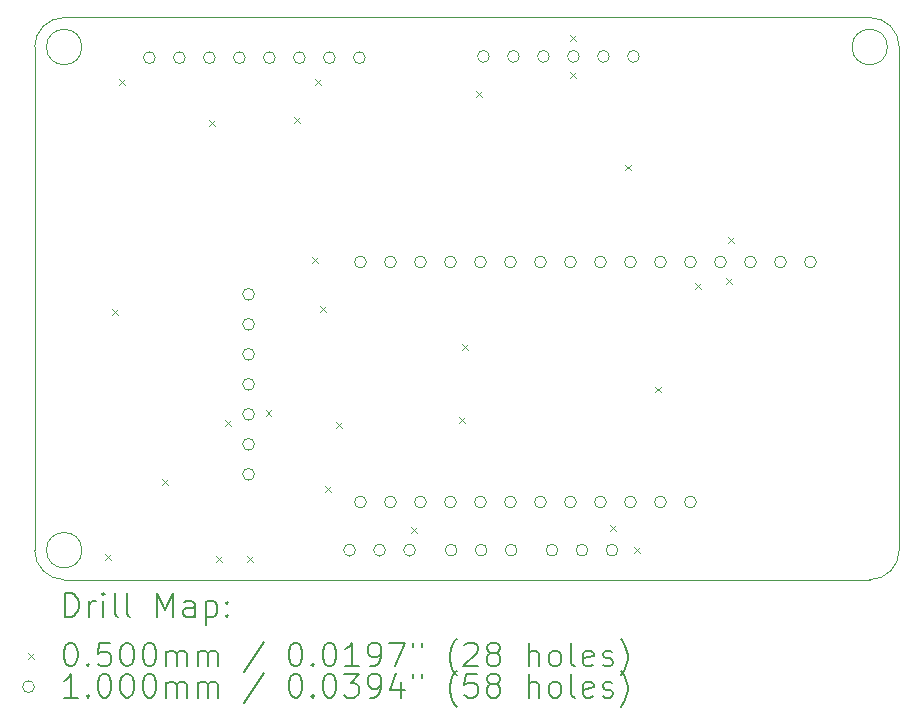
<source format=gbr>
%TF.GenerationSoftware,KiCad,Pcbnew,9.0.7*%
%TF.CreationDate,2026-02-04T13:27:57-08:00*%
%TF.ProjectId,BasicDatalogger,42617369-6344-4617-9461-6c6f67676572,rev?*%
%TF.SameCoordinates,Original*%
%TF.FileFunction,Drillmap*%
%TF.FilePolarity,Positive*%
%FSLAX45Y45*%
G04 Gerber Fmt 4.5, Leading zero omitted, Abs format (unit mm)*
G04 Created by KiCad (PCBNEW 9.0.7) date 2026-02-04 13:27:57*
%MOMM*%
%LPD*%
G01*
G04 APERTURE LIST*
%ADD10C,0.050000*%
%ADD11C,0.200000*%
%ADD12C,0.100000*%
G04 APERTURE END LIST*
D10*
X7340000Y-3180000D02*
G75*
G02*
X7590000Y-2930000I250000J0D01*
G01*
X14660000Y-7440000D02*
G75*
G02*
X14410000Y-7690000I-250000J0D01*
G01*
X7340000Y-7440000D02*
X7340000Y-3180000D01*
X14410000Y-7690000D02*
X7590000Y-7690000D01*
X14660000Y-3180000D02*
X14660000Y-7440000D01*
X14560000Y-3180000D02*
G75*
G02*
X14260000Y-3180000I-150000J0D01*
G01*
X14260000Y-3180000D02*
G75*
G02*
X14560000Y-3180000I150000J0D01*
G01*
X14410000Y-2930000D02*
G75*
G02*
X14660000Y-3180000I0J-250000D01*
G01*
X7590000Y-7690000D02*
G75*
G02*
X7340000Y-7440000I0J250000D01*
G01*
X7740000Y-3180000D02*
G75*
G02*
X7440000Y-3180000I-150000J0D01*
G01*
X7440000Y-3180000D02*
G75*
G02*
X7740000Y-3180000I150000J0D01*
G01*
X7740000Y-7440000D02*
G75*
G02*
X7440000Y-7440000I-150000J0D01*
G01*
X7440000Y-7440000D02*
G75*
G02*
X7740000Y-7440000I150000J0D01*
G01*
X7590000Y-2930000D02*
X14410000Y-2930000D01*
D11*
D12*
X7935000Y-7475000D02*
X7985000Y-7525000D01*
X7985000Y-7475000D02*
X7935000Y-7525000D01*
X7995000Y-5395000D02*
X8045000Y-5445000D01*
X8045000Y-5395000D02*
X7995000Y-5445000D01*
X8055000Y-3455000D02*
X8105000Y-3505000D01*
X8105000Y-3455000D02*
X8055000Y-3505000D01*
X8415000Y-6835000D02*
X8465000Y-6885000D01*
X8465000Y-6835000D02*
X8415000Y-6885000D01*
X8815000Y-3795000D02*
X8865000Y-3845000D01*
X8865000Y-3795000D02*
X8815000Y-3845000D01*
X8878905Y-7493241D02*
X8928905Y-7543241D01*
X8928905Y-7493241D02*
X8878905Y-7543241D01*
X8955000Y-6335000D02*
X9005000Y-6385000D01*
X9005000Y-6335000D02*
X8955000Y-6385000D01*
X9135158Y-7493241D02*
X9185158Y-7543241D01*
X9185158Y-7493241D02*
X9135158Y-7543241D01*
X9295000Y-6255000D02*
X9345000Y-6305000D01*
X9345000Y-6255000D02*
X9295000Y-6305000D01*
X9535000Y-3775000D02*
X9585000Y-3825000D01*
X9585000Y-3775000D02*
X9535000Y-3825000D01*
X9685000Y-4955000D02*
X9735000Y-5005000D01*
X9735000Y-4955000D02*
X9685000Y-5005000D01*
X9715000Y-3455000D02*
X9765000Y-3505000D01*
X9765000Y-3455000D02*
X9715000Y-3505000D01*
X9755000Y-5372241D02*
X9805000Y-5422241D01*
X9805000Y-5372241D02*
X9755000Y-5422241D01*
X9795000Y-6895000D02*
X9845000Y-6945000D01*
X9845000Y-6895000D02*
X9795000Y-6945000D01*
X9895000Y-6355000D02*
X9945000Y-6405000D01*
X9945000Y-6355000D02*
X9895000Y-6405000D01*
X10528096Y-7246220D02*
X10578096Y-7296220D01*
X10578096Y-7246220D02*
X10528096Y-7296220D01*
X10935000Y-6315000D02*
X10985000Y-6365000D01*
X10985000Y-6315000D02*
X10935000Y-6365000D01*
X10955000Y-5695000D02*
X11005000Y-5745000D01*
X11005000Y-5695000D02*
X10955000Y-5745000D01*
X11075000Y-3555000D02*
X11125000Y-3605000D01*
X11125000Y-3555000D02*
X11075000Y-3605000D01*
X11875000Y-3075000D02*
X11925000Y-3125000D01*
X11925000Y-3075000D02*
X11875000Y-3125000D01*
X11875000Y-3395000D02*
X11925000Y-3445000D01*
X11925000Y-3395000D02*
X11875000Y-3445000D01*
X12209753Y-7228477D02*
X12259753Y-7278477D01*
X12259753Y-7228477D02*
X12209753Y-7278477D01*
X12335000Y-4175000D02*
X12385000Y-4225000D01*
X12385000Y-4175000D02*
X12335000Y-4225000D01*
X12415000Y-7415000D02*
X12465000Y-7465000D01*
X12465000Y-7415000D02*
X12415000Y-7465000D01*
X12595000Y-6055000D02*
X12645000Y-6105000D01*
X12645000Y-6055000D02*
X12595000Y-6105000D01*
X12935000Y-5175000D02*
X12985000Y-5225000D01*
X12985000Y-5175000D02*
X12935000Y-5225000D01*
X13190618Y-5136334D02*
X13240618Y-5186334D01*
X13240618Y-5136334D02*
X13190618Y-5186334D01*
X13213666Y-4790619D02*
X13263666Y-4840619D01*
X13263666Y-4790619D02*
X13213666Y-4840619D01*
X8361000Y-3270000D02*
G75*
G02*
X8261000Y-3270000I-50000J0D01*
G01*
X8261000Y-3270000D02*
G75*
G02*
X8361000Y-3270000I50000J0D01*
G01*
X8615000Y-3270000D02*
G75*
G02*
X8515000Y-3270000I-50000J0D01*
G01*
X8515000Y-3270000D02*
G75*
G02*
X8615000Y-3270000I50000J0D01*
G01*
X8869000Y-3270000D02*
G75*
G02*
X8769000Y-3270000I-50000J0D01*
G01*
X8769000Y-3270000D02*
G75*
G02*
X8869000Y-3270000I50000J0D01*
G01*
X9123000Y-3270000D02*
G75*
G02*
X9023000Y-3270000I-50000J0D01*
G01*
X9023000Y-3270000D02*
G75*
G02*
X9123000Y-3270000I50000J0D01*
G01*
X9201380Y-5273241D02*
G75*
G02*
X9101380Y-5273241I-50000J0D01*
G01*
X9101380Y-5273241D02*
G75*
G02*
X9201380Y-5273241I50000J0D01*
G01*
X9201380Y-5527241D02*
G75*
G02*
X9101380Y-5527241I-50000J0D01*
G01*
X9101380Y-5527241D02*
G75*
G02*
X9201380Y-5527241I50000J0D01*
G01*
X9201380Y-5781241D02*
G75*
G02*
X9101380Y-5781241I-50000J0D01*
G01*
X9101380Y-5781241D02*
G75*
G02*
X9201380Y-5781241I50000J0D01*
G01*
X9201380Y-6035241D02*
G75*
G02*
X9101380Y-6035241I-50000J0D01*
G01*
X9101380Y-6035241D02*
G75*
G02*
X9201380Y-6035241I50000J0D01*
G01*
X9201380Y-6289241D02*
G75*
G02*
X9101380Y-6289241I-50000J0D01*
G01*
X9101380Y-6289241D02*
G75*
G02*
X9201380Y-6289241I50000J0D01*
G01*
X9201380Y-6543241D02*
G75*
G02*
X9101380Y-6543241I-50000J0D01*
G01*
X9101380Y-6543241D02*
G75*
G02*
X9201380Y-6543241I50000J0D01*
G01*
X9201380Y-6797241D02*
G75*
G02*
X9101380Y-6797241I-50000J0D01*
G01*
X9101380Y-6797241D02*
G75*
G02*
X9201380Y-6797241I50000J0D01*
G01*
X9377000Y-3270000D02*
G75*
G02*
X9277000Y-3270000I-50000J0D01*
G01*
X9277000Y-3270000D02*
G75*
G02*
X9377000Y-3270000I50000J0D01*
G01*
X9631000Y-3270000D02*
G75*
G02*
X9531000Y-3270000I-50000J0D01*
G01*
X9531000Y-3270000D02*
G75*
G02*
X9631000Y-3270000I50000J0D01*
G01*
X9885000Y-3270000D02*
G75*
G02*
X9785000Y-3270000I-50000J0D01*
G01*
X9785000Y-3270000D02*
G75*
G02*
X9885000Y-3270000I50000J0D01*
G01*
X10056000Y-7440000D02*
G75*
G02*
X9956000Y-7440000I-50000J0D01*
G01*
X9956000Y-7440000D02*
G75*
G02*
X10056000Y-7440000I50000J0D01*
G01*
X10139000Y-3270000D02*
G75*
G02*
X10039000Y-3270000I-50000J0D01*
G01*
X10039000Y-3270000D02*
G75*
G02*
X10139000Y-3270000I50000J0D01*
G01*
X10148000Y-5000000D02*
G75*
G02*
X10048000Y-5000000I-50000J0D01*
G01*
X10048000Y-5000000D02*
G75*
G02*
X10148000Y-5000000I50000J0D01*
G01*
X10148000Y-7032000D02*
G75*
G02*
X10048000Y-7032000I-50000J0D01*
G01*
X10048000Y-7032000D02*
G75*
G02*
X10148000Y-7032000I50000J0D01*
G01*
X10310000Y-7440000D02*
G75*
G02*
X10210000Y-7440000I-50000J0D01*
G01*
X10210000Y-7440000D02*
G75*
G02*
X10310000Y-7440000I50000J0D01*
G01*
X10402000Y-5000000D02*
G75*
G02*
X10302000Y-5000000I-50000J0D01*
G01*
X10302000Y-5000000D02*
G75*
G02*
X10402000Y-5000000I50000J0D01*
G01*
X10402000Y-7032000D02*
G75*
G02*
X10302000Y-7032000I-50000J0D01*
G01*
X10302000Y-7032000D02*
G75*
G02*
X10402000Y-7032000I50000J0D01*
G01*
X10564000Y-7440000D02*
G75*
G02*
X10464000Y-7440000I-50000J0D01*
G01*
X10464000Y-7440000D02*
G75*
G02*
X10564000Y-7440000I50000J0D01*
G01*
X10656000Y-5000000D02*
G75*
G02*
X10556000Y-5000000I-50000J0D01*
G01*
X10556000Y-5000000D02*
G75*
G02*
X10656000Y-5000000I50000J0D01*
G01*
X10656000Y-7032000D02*
G75*
G02*
X10556000Y-7032000I-50000J0D01*
G01*
X10556000Y-7032000D02*
G75*
G02*
X10656000Y-7032000I50000J0D01*
G01*
X10910000Y-5000000D02*
G75*
G02*
X10810000Y-5000000I-50000J0D01*
G01*
X10810000Y-5000000D02*
G75*
G02*
X10910000Y-5000000I50000J0D01*
G01*
X10910000Y-7032000D02*
G75*
G02*
X10810000Y-7032000I-50000J0D01*
G01*
X10810000Y-7032000D02*
G75*
G02*
X10910000Y-7032000I50000J0D01*
G01*
X10916000Y-7440000D02*
G75*
G02*
X10816000Y-7440000I-50000J0D01*
G01*
X10816000Y-7440000D02*
G75*
G02*
X10916000Y-7440000I50000J0D01*
G01*
X11164000Y-5000000D02*
G75*
G02*
X11064000Y-5000000I-50000J0D01*
G01*
X11064000Y-5000000D02*
G75*
G02*
X11164000Y-5000000I50000J0D01*
G01*
X11164000Y-7032000D02*
G75*
G02*
X11064000Y-7032000I-50000J0D01*
G01*
X11064000Y-7032000D02*
G75*
G02*
X11164000Y-7032000I50000J0D01*
G01*
X11170000Y-7440000D02*
G75*
G02*
X11070000Y-7440000I-50000J0D01*
G01*
X11070000Y-7440000D02*
G75*
G02*
X11170000Y-7440000I50000J0D01*
G01*
X11190000Y-3260000D02*
G75*
G02*
X11090000Y-3260000I-50000J0D01*
G01*
X11090000Y-3260000D02*
G75*
G02*
X11190000Y-3260000I50000J0D01*
G01*
X11418000Y-5000000D02*
G75*
G02*
X11318000Y-5000000I-50000J0D01*
G01*
X11318000Y-5000000D02*
G75*
G02*
X11418000Y-5000000I50000J0D01*
G01*
X11418000Y-7032000D02*
G75*
G02*
X11318000Y-7032000I-50000J0D01*
G01*
X11318000Y-7032000D02*
G75*
G02*
X11418000Y-7032000I50000J0D01*
G01*
X11424000Y-7440000D02*
G75*
G02*
X11324000Y-7440000I-50000J0D01*
G01*
X11324000Y-7440000D02*
G75*
G02*
X11424000Y-7440000I50000J0D01*
G01*
X11444000Y-3260000D02*
G75*
G02*
X11344000Y-3260000I-50000J0D01*
G01*
X11344000Y-3260000D02*
G75*
G02*
X11444000Y-3260000I50000J0D01*
G01*
X11672000Y-5000000D02*
G75*
G02*
X11572000Y-5000000I-50000J0D01*
G01*
X11572000Y-5000000D02*
G75*
G02*
X11672000Y-5000000I50000J0D01*
G01*
X11672000Y-7032000D02*
G75*
G02*
X11572000Y-7032000I-50000J0D01*
G01*
X11572000Y-7032000D02*
G75*
G02*
X11672000Y-7032000I50000J0D01*
G01*
X11698000Y-3260000D02*
G75*
G02*
X11598000Y-3260000I-50000J0D01*
G01*
X11598000Y-3260000D02*
G75*
G02*
X11698000Y-3260000I50000J0D01*
G01*
X11770000Y-7440000D02*
G75*
G02*
X11670000Y-7440000I-50000J0D01*
G01*
X11670000Y-7440000D02*
G75*
G02*
X11770000Y-7440000I50000J0D01*
G01*
X11926000Y-5000000D02*
G75*
G02*
X11826000Y-5000000I-50000J0D01*
G01*
X11826000Y-5000000D02*
G75*
G02*
X11926000Y-5000000I50000J0D01*
G01*
X11926000Y-7032000D02*
G75*
G02*
X11826000Y-7032000I-50000J0D01*
G01*
X11826000Y-7032000D02*
G75*
G02*
X11926000Y-7032000I50000J0D01*
G01*
X11952000Y-3260000D02*
G75*
G02*
X11852000Y-3260000I-50000J0D01*
G01*
X11852000Y-3260000D02*
G75*
G02*
X11952000Y-3260000I50000J0D01*
G01*
X12024000Y-7440000D02*
G75*
G02*
X11924000Y-7440000I-50000J0D01*
G01*
X11924000Y-7440000D02*
G75*
G02*
X12024000Y-7440000I50000J0D01*
G01*
X12180000Y-5000000D02*
G75*
G02*
X12080000Y-5000000I-50000J0D01*
G01*
X12080000Y-5000000D02*
G75*
G02*
X12180000Y-5000000I50000J0D01*
G01*
X12180000Y-7032000D02*
G75*
G02*
X12080000Y-7032000I-50000J0D01*
G01*
X12080000Y-7032000D02*
G75*
G02*
X12180000Y-7032000I50000J0D01*
G01*
X12206000Y-3260000D02*
G75*
G02*
X12106000Y-3260000I-50000J0D01*
G01*
X12106000Y-3260000D02*
G75*
G02*
X12206000Y-3260000I50000J0D01*
G01*
X12278000Y-7440000D02*
G75*
G02*
X12178000Y-7440000I-50000J0D01*
G01*
X12178000Y-7440000D02*
G75*
G02*
X12278000Y-7440000I50000J0D01*
G01*
X12434000Y-5000000D02*
G75*
G02*
X12334000Y-5000000I-50000J0D01*
G01*
X12334000Y-5000000D02*
G75*
G02*
X12434000Y-5000000I50000J0D01*
G01*
X12434000Y-7032000D02*
G75*
G02*
X12334000Y-7032000I-50000J0D01*
G01*
X12334000Y-7032000D02*
G75*
G02*
X12434000Y-7032000I50000J0D01*
G01*
X12460000Y-3260000D02*
G75*
G02*
X12360000Y-3260000I-50000J0D01*
G01*
X12360000Y-3260000D02*
G75*
G02*
X12460000Y-3260000I50000J0D01*
G01*
X12688000Y-5000000D02*
G75*
G02*
X12588000Y-5000000I-50000J0D01*
G01*
X12588000Y-5000000D02*
G75*
G02*
X12688000Y-5000000I50000J0D01*
G01*
X12688000Y-7032000D02*
G75*
G02*
X12588000Y-7032000I-50000J0D01*
G01*
X12588000Y-7032000D02*
G75*
G02*
X12688000Y-7032000I50000J0D01*
G01*
X12942000Y-5000000D02*
G75*
G02*
X12842000Y-5000000I-50000J0D01*
G01*
X12842000Y-5000000D02*
G75*
G02*
X12942000Y-5000000I50000J0D01*
G01*
X12942000Y-7032000D02*
G75*
G02*
X12842000Y-7032000I-50000J0D01*
G01*
X12842000Y-7032000D02*
G75*
G02*
X12942000Y-7032000I50000J0D01*
G01*
X13196000Y-5000000D02*
G75*
G02*
X13096000Y-5000000I-50000J0D01*
G01*
X13096000Y-5000000D02*
G75*
G02*
X13196000Y-5000000I50000J0D01*
G01*
X13450000Y-5000000D02*
G75*
G02*
X13350000Y-5000000I-50000J0D01*
G01*
X13350000Y-5000000D02*
G75*
G02*
X13450000Y-5000000I50000J0D01*
G01*
X13704000Y-5000000D02*
G75*
G02*
X13604000Y-5000000I-50000J0D01*
G01*
X13604000Y-5000000D02*
G75*
G02*
X13704000Y-5000000I50000J0D01*
G01*
X13958000Y-5000000D02*
G75*
G02*
X13858000Y-5000000I-50000J0D01*
G01*
X13858000Y-5000000D02*
G75*
G02*
X13958000Y-5000000I50000J0D01*
G01*
D11*
X7598277Y-8003984D02*
X7598277Y-7803984D01*
X7598277Y-7803984D02*
X7645896Y-7803984D01*
X7645896Y-7803984D02*
X7674467Y-7813508D01*
X7674467Y-7813508D02*
X7693515Y-7832555D01*
X7693515Y-7832555D02*
X7703039Y-7851603D01*
X7703039Y-7851603D02*
X7712562Y-7889698D01*
X7712562Y-7889698D02*
X7712562Y-7918269D01*
X7712562Y-7918269D02*
X7703039Y-7956365D01*
X7703039Y-7956365D02*
X7693515Y-7975412D01*
X7693515Y-7975412D02*
X7674467Y-7994460D01*
X7674467Y-7994460D02*
X7645896Y-8003984D01*
X7645896Y-8003984D02*
X7598277Y-8003984D01*
X7798277Y-8003984D02*
X7798277Y-7870650D01*
X7798277Y-7908746D02*
X7807801Y-7889698D01*
X7807801Y-7889698D02*
X7817324Y-7880174D01*
X7817324Y-7880174D02*
X7836372Y-7870650D01*
X7836372Y-7870650D02*
X7855420Y-7870650D01*
X7922086Y-8003984D02*
X7922086Y-7870650D01*
X7922086Y-7803984D02*
X7912562Y-7813508D01*
X7912562Y-7813508D02*
X7922086Y-7823031D01*
X7922086Y-7823031D02*
X7931610Y-7813508D01*
X7931610Y-7813508D02*
X7922086Y-7803984D01*
X7922086Y-7803984D02*
X7922086Y-7823031D01*
X8045896Y-8003984D02*
X8026848Y-7994460D01*
X8026848Y-7994460D02*
X8017324Y-7975412D01*
X8017324Y-7975412D02*
X8017324Y-7803984D01*
X8150658Y-8003984D02*
X8131610Y-7994460D01*
X8131610Y-7994460D02*
X8122086Y-7975412D01*
X8122086Y-7975412D02*
X8122086Y-7803984D01*
X8379229Y-8003984D02*
X8379229Y-7803984D01*
X8379229Y-7803984D02*
X8445896Y-7946841D01*
X8445896Y-7946841D02*
X8512563Y-7803984D01*
X8512563Y-7803984D02*
X8512563Y-8003984D01*
X8693515Y-8003984D02*
X8693515Y-7899222D01*
X8693515Y-7899222D02*
X8683991Y-7880174D01*
X8683991Y-7880174D02*
X8664944Y-7870650D01*
X8664944Y-7870650D02*
X8626848Y-7870650D01*
X8626848Y-7870650D02*
X8607801Y-7880174D01*
X8693515Y-7994460D02*
X8674467Y-8003984D01*
X8674467Y-8003984D02*
X8626848Y-8003984D01*
X8626848Y-8003984D02*
X8607801Y-7994460D01*
X8607801Y-7994460D02*
X8598277Y-7975412D01*
X8598277Y-7975412D02*
X8598277Y-7956365D01*
X8598277Y-7956365D02*
X8607801Y-7937317D01*
X8607801Y-7937317D02*
X8626848Y-7927793D01*
X8626848Y-7927793D02*
X8674467Y-7927793D01*
X8674467Y-7927793D02*
X8693515Y-7918269D01*
X8788753Y-7870650D02*
X8788753Y-8070650D01*
X8788753Y-7880174D02*
X8807801Y-7870650D01*
X8807801Y-7870650D02*
X8845896Y-7870650D01*
X8845896Y-7870650D02*
X8864944Y-7880174D01*
X8864944Y-7880174D02*
X8874467Y-7889698D01*
X8874467Y-7889698D02*
X8883991Y-7908746D01*
X8883991Y-7908746D02*
X8883991Y-7965888D01*
X8883991Y-7965888D02*
X8874467Y-7984936D01*
X8874467Y-7984936D02*
X8864944Y-7994460D01*
X8864944Y-7994460D02*
X8845896Y-8003984D01*
X8845896Y-8003984D02*
X8807801Y-8003984D01*
X8807801Y-8003984D02*
X8788753Y-7994460D01*
X8969705Y-7984936D02*
X8979229Y-7994460D01*
X8979229Y-7994460D02*
X8969705Y-8003984D01*
X8969705Y-8003984D02*
X8960182Y-7994460D01*
X8960182Y-7994460D02*
X8969705Y-7984936D01*
X8969705Y-7984936D02*
X8969705Y-8003984D01*
X8969705Y-7880174D02*
X8979229Y-7889698D01*
X8979229Y-7889698D02*
X8969705Y-7899222D01*
X8969705Y-7899222D02*
X8960182Y-7889698D01*
X8960182Y-7889698D02*
X8969705Y-7880174D01*
X8969705Y-7880174D02*
X8969705Y-7899222D01*
D12*
X7287500Y-8307500D02*
X7337500Y-8357500D01*
X7337500Y-8307500D02*
X7287500Y-8357500D01*
D11*
X7636372Y-8223984D02*
X7655420Y-8223984D01*
X7655420Y-8223984D02*
X7674467Y-8233508D01*
X7674467Y-8233508D02*
X7683991Y-8243031D01*
X7683991Y-8243031D02*
X7693515Y-8262079D01*
X7693515Y-8262079D02*
X7703039Y-8300174D01*
X7703039Y-8300174D02*
X7703039Y-8347793D01*
X7703039Y-8347793D02*
X7693515Y-8385888D01*
X7693515Y-8385888D02*
X7683991Y-8404936D01*
X7683991Y-8404936D02*
X7674467Y-8414460D01*
X7674467Y-8414460D02*
X7655420Y-8423984D01*
X7655420Y-8423984D02*
X7636372Y-8423984D01*
X7636372Y-8423984D02*
X7617324Y-8414460D01*
X7617324Y-8414460D02*
X7607801Y-8404936D01*
X7607801Y-8404936D02*
X7598277Y-8385888D01*
X7598277Y-8385888D02*
X7588753Y-8347793D01*
X7588753Y-8347793D02*
X7588753Y-8300174D01*
X7588753Y-8300174D02*
X7598277Y-8262079D01*
X7598277Y-8262079D02*
X7607801Y-8243031D01*
X7607801Y-8243031D02*
X7617324Y-8233508D01*
X7617324Y-8233508D02*
X7636372Y-8223984D01*
X7788753Y-8404936D02*
X7798277Y-8414460D01*
X7798277Y-8414460D02*
X7788753Y-8423984D01*
X7788753Y-8423984D02*
X7779229Y-8414460D01*
X7779229Y-8414460D02*
X7788753Y-8404936D01*
X7788753Y-8404936D02*
X7788753Y-8423984D01*
X7979229Y-8223984D02*
X7883991Y-8223984D01*
X7883991Y-8223984D02*
X7874467Y-8319222D01*
X7874467Y-8319222D02*
X7883991Y-8309698D01*
X7883991Y-8309698D02*
X7903039Y-8300174D01*
X7903039Y-8300174D02*
X7950658Y-8300174D01*
X7950658Y-8300174D02*
X7969705Y-8309698D01*
X7969705Y-8309698D02*
X7979229Y-8319222D01*
X7979229Y-8319222D02*
X7988753Y-8338269D01*
X7988753Y-8338269D02*
X7988753Y-8385888D01*
X7988753Y-8385888D02*
X7979229Y-8404936D01*
X7979229Y-8404936D02*
X7969705Y-8414460D01*
X7969705Y-8414460D02*
X7950658Y-8423984D01*
X7950658Y-8423984D02*
X7903039Y-8423984D01*
X7903039Y-8423984D02*
X7883991Y-8414460D01*
X7883991Y-8414460D02*
X7874467Y-8404936D01*
X8112562Y-8223984D02*
X8131610Y-8223984D01*
X8131610Y-8223984D02*
X8150658Y-8233508D01*
X8150658Y-8233508D02*
X8160182Y-8243031D01*
X8160182Y-8243031D02*
X8169705Y-8262079D01*
X8169705Y-8262079D02*
X8179229Y-8300174D01*
X8179229Y-8300174D02*
X8179229Y-8347793D01*
X8179229Y-8347793D02*
X8169705Y-8385888D01*
X8169705Y-8385888D02*
X8160182Y-8404936D01*
X8160182Y-8404936D02*
X8150658Y-8414460D01*
X8150658Y-8414460D02*
X8131610Y-8423984D01*
X8131610Y-8423984D02*
X8112562Y-8423984D01*
X8112562Y-8423984D02*
X8093515Y-8414460D01*
X8093515Y-8414460D02*
X8083991Y-8404936D01*
X8083991Y-8404936D02*
X8074467Y-8385888D01*
X8074467Y-8385888D02*
X8064943Y-8347793D01*
X8064943Y-8347793D02*
X8064943Y-8300174D01*
X8064943Y-8300174D02*
X8074467Y-8262079D01*
X8074467Y-8262079D02*
X8083991Y-8243031D01*
X8083991Y-8243031D02*
X8093515Y-8233508D01*
X8093515Y-8233508D02*
X8112562Y-8223984D01*
X8303039Y-8223984D02*
X8322086Y-8223984D01*
X8322086Y-8223984D02*
X8341134Y-8233508D01*
X8341134Y-8233508D02*
X8350658Y-8243031D01*
X8350658Y-8243031D02*
X8360182Y-8262079D01*
X8360182Y-8262079D02*
X8369705Y-8300174D01*
X8369705Y-8300174D02*
X8369705Y-8347793D01*
X8369705Y-8347793D02*
X8360182Y-8385888D01*
X8360182Y-8385888D02*
X8350658Y-8404936D01*
X8350658Y-8404936D02*
X8341134Y-8414460D01*
X8341134Y-8414460D02*
X8322086Y-8423984D01*
X8322086Y-8423984D02*
X8303039Y-8423984D01*
X8303039Y-8423984D02*
X8283991Y-8414460D01*
X8283991Y-8414460D02*
X8274467Y-8404936D01*
X8274467Y-8404936D02*
X8264943Y-8385888D01*
X8264943Y-8385888D02*
X8255420Y-8347793D01*
X8255420Y-8347793D02*
X8255420Y-8300174D01*
X8255420Y-8300174D02*
X8264943Y-8262079D01*
X8264943Y-8262079D02*
X8274467Y-8243031D01*
X8274467Y-8243031D02*
X8283991Y-8233508D01*
X8283991Y-8233508D02*
X8303039Y-8223984D01*
X8455420Y-8423984D02*
X8455420Y-8290650D01*
X8455420Y-8309698D02*
X8464944Y-8300174D01*
X8464944Y-8300174D02*
X8483991Y-8290650D01*
X8483991Y-8290650D02*
X8512563Y-8290650D01*
X8512563Y-8290650D02*
X8531610Y-8300174D01*
X8531610Y-8300174D02*
X8541134Y-8319222D01*
X8541134Y-8319222D02*
X8541134Y-8423984D01*
X8541134Y-8319222D02*
X8550658Y-8300174D01*
X8550658Y-8300174D02*
X8569705Y-8290650D01*
X8569705Y-8290650D02*
X8598277Y-8290650D01*
X8598277Y-8290650D02*
X8617325Y-8300174D01*
X8617325Y-8300174D02*
X8626848Y-8319222D01*
X8626848Y-8319222D02*
X8626848Y-8423984D01*
X8722086Y-8423984D02*
X8722086Y-8290650D01*
X8722086Y-8309698D02*
X8731610Y-8300174D01*
X8731610Y-8300174D02*
X8750658Y-8290650D01*
X8750658Y-8290650D02*
X8779229Y-8290650D01*
X8779229Y-8290650D02*
X8798277Y-8300174D01*
X8798277Y-8300174D02*
X8807801Y-8319222D01*
X8807801Y-8319222D02*
X8807801Y-8423984D01*
X8807801Y-8319222D02*
X8817325Y-8300174D01*
X8817325Y-8300174D02*
X8836372Y-8290650D01*
X8836372Y-8290650D02*
X8864944Y-8290650D01*
X8864944Y-8290650D02*
X8883991Y-8300174D01*
X8883991Y-8300174D02*
X8893515Y-8319222D01*
X8893515Y-8319222D02*
X8893515Y-8423984D01*
X9283991Y-8214460D02*
X9112563Y-8471603D01*
X9541134Y-8223984D02*
X9560182Y-8223984D01*
X9560182Y-8223984D02*
X9579229Y-8233508D01*
X9579229Y-8233508D02*
X9588753Y-8243031D01*
X9588753Y-8243031D02*
X9598277Y-8262079D01*
X9598277Y-8262079D02*
X9607801Y-8300174D01*
X9607801Y-8300174D02*
X9607801Y-8347793D01*
X9607801Y-8347793D02*
X9598277Y-8385888D01*
X9598277Y-8385888D02*
X9588753Y-8404936D01*
X9588753Y-8404936D02*
X9579229Y-8414460D01*
X9579229Y-8414460D02*
X9560182Y-8423984D01*
X9560182Y-8423984D02*
X9541134Y-8423984D01*
X9541134Y-8423984D02*
X9522087Y-8414460D01*
X9522087Y-8414460D02*
X9512563Y-8404936D01*
X9512563Y-8404936D02*
X9503039Y-8385888D01*
X9503039Y-8385888D02*
X9493515Y-8347793D01*
X9493515Y-8347793D02*
X9493515Y-8300174D01*
X9493515Y-8300174D02*
X9503039Y-8262079D01*
X9503039Y-8262079D02*
X9512563Y-8243031D01*
X9512563Y-8243031D02*
X9522087Y-8233508D01*
X9522087Y-8233508D02*
X9541134Y-8223984D01*
X9693515Y-8404936D02*
X9703039Y-8414460D01*
X9703039Y-8414460D02*
X9693515Y-8423984D01*
X9693515Y-8423984D02*
X9683991Y-8414460D01*
X9683991Y-8414460D02*
X9693515Y-8404936D01*
X9693515Y-8404936D02*
X9693515Y-8423984D01*
X9826848Y-8223984D02*
X9845896Y-8223984D01*
X9845896Y-8223984D02*
X9864944Y-8233508D01*
X9864944Y-8233508D02*
X9874468Y-8243031D01*
X9874468Y-8243031D02*
X9883991Y-8262079D01*
X9883991Y-8262079D02*
X9893515Y-8300174D01*
X9893515Y-8300174D02*
X9893515Y-8347793D01*
X9893515Y-8347793D02*
X9883991Y-8385888D01*
X9883991Y-8385888D02*
X9874468Y-8404936D01*
X9874468Y-8404936D02*
X9864944Y-8414460D01*
X9864944Y-8414460D02*
X9845896Y-8423984D01*
X9845896Y-8423984D02*
X9826848Y-8423984D01*
X9826848Y-8423984D02*
X9807801Y-8414460D01*
X9807801Y-8414460D02*
X9798277Y-8404936D01*
X9798277Y-8404936D02*
X9788753Y-8385888D01*
X9788753Y-8385888D02*
X9779229Y-8347793D01*
X9779229Y-8347793D02*
X9779229Y-8300174D01*
X9779229Y-8300174D02*
X9788753Y-8262079D01*
X9788753Y-8262079D02*
X9798277Y-8243031D01*
X9798277Y-8243031D02*
X9807801Y-8233508D01*
X9807801Y-8233508D02*
X9826848Y-8223984D01*
X10083991Y-8423984D02*
X9969706Y-8423984D01*
X10026848Y-8423984D02*
X10026848Y-8223984D01*
X10026848Y-8223984D02*
X10007801Y-8252555D01*
X10007801Y-8252555D02*
X9988753Y-8271603D01*
X9988753Y-8271603D02*
X9969706Y-8281127D01*
X10179229Y-8423984D02*
X10217325Y-8423984D01*
X10217325Y-8423984D02*
X10236372Y-8414460D01*
X10236372Y-8414460D02*
X10245896Y-8404936D01*
X10245896Y-8404936D02*
X10264944Y-8376365D01*
X10264944Y-8376365D02*
X10274468Y-8338269D01*
X10274468Y-8338269D02*
X10274468Y-8262079D01*
X10274468Y-8262079D02*
X10264944Y-8243031D01*
X10264944Y-8243031D02*
X10255420Y-8233508D01*
X10255420Y-8233508D02*
X10236372Y-8223984D01*
X10236372Y-8223984D02*
X10198277Y-8223984D01*
X10198277Y-8223984D02*
X10179229Y-8233508D01*
X10179229Y-8233508D02*
X10169706Y-8243031D01*
X10169706Y-8243031D02*
X10160182Y-8262079D01*
X10160182Y-8262079D02*
X10160182Y-8309698D01*
X10160182Y-8309698D02*
X10169706Y-8328746D01*
X10169706Y-8328746D02*
X10179229Y-8338269D01*
X10179229Y-8338269D02*
X10198277Y-8347793D01*
X10198277Y-8347793D02*
X10236372Y-8347793D01*
X10236372Y-8347793D02*
X10255420Y-8338269D01*
X10255420Y-8338269D02*
X10264944Y-8328746D01*
X10264944Y-8328746D02*
X10274468Y-8309698D01*
X10341134Y-8223984D02*
X10474468Y-8223984D01*
X10474468Y-8223984D02*
X10388753Y-8423984D01*
X10541134Y-8223984D02*
X10541134Y-8262079D01*
X10617325Y-8223984D02*
X10617325Y-8262079D01*
X10912563Y-8500174D02*
X10903039Y-8490650D01*
X10903039Y-8490650D02*
X10883991Y-8462079D01*
X10883991Y-8462079D02*
X10874468Y-8443031D01*
X10874468Y-8443031D02*
X10864944Y-8414460D01*
X10864944Y-8414460D02*
X10855420Y-8366841D01*
X10855420Y-8366841D02*
X10855420Y-8328746D01*
X10855420Y-8328746D02*
X10864944Y-8281127D01*
X10864944Y-8281127D02*
X10874468Y-8252555D01*
X10874468Y-8252555D02*
X10883991Y-8233508D01*
X10883991Y-8233508D02*
X10903039Y-8204936D01*
X10903039Y-8204936D02*
X10912563Y-8195412D01*
X10979230Y-8243031D02*
X10988753Y-8233508D01*
X10988753Y-8233508D02*
X11007801Y-8223984D01*
X11007801Y-8223984D02*
X11055420Y-8223984D01*
X11055420Y-8223984D02*
X11074468Y-8233508D01*
X11074468Y-8233508D02*
X11083991Y-8243031D01*
X11083991Y-8243031D02*
X11093515Y-8262079D01*
X11093515Y-8262079D02*
X11093515Y-8281127D01*
X11093515Y-8281127D02*
X11083991Y-8309698D01*
X11083991Y-8309698D02*
X10969706Y-8423984D01*
X10969706Y-8423984D02*
X11093515Y-8423984D01*
X11207801Y-8309698D02*
X11188753Y-8300174D01*
X11188753Y-8300174D02*
X11179230Y-8290650D01*
X11179230Y-8290650D02*
X11169706Y-8271603D01*
X11169706Y-8271603D02*
X11169706Y-8262079D01*
X11169706Y-8262079D02*
X11179230Y-8243031D01*
X11179230Y-8243031D02*
X11188753Y-8233508D01*
X11188753Y-8233508D02*
X11207801Y-8223984D01*
X11207801Y-8223984D02*
X11245896Y-8223984D01*
X11245896Y-8223984D02*
X11264944Y-8233508D01*
X11264944Y-8233508D02*
X11274468Y-8243031D01*
X11274468Y-8243031D02*
X11283991Y-8262079D01*
X11283991Y-8262079D02*
X11283991Y-8271603D01*
X11283991Y-8271603D02*
X11274468Y-8290650D01*
X11274468Y-8290650D02*
X11264944Y-8300174D01*
X11264944Y-8300174D02*
X11245896Y-8309698D01*
X11245896Y-8309698D02*
X11207801Y-8309698D01*
X11207801Y-8309698D02*
X11188753Y-8319222D01*
X11188753Y-8319222D02*
X11179230Y-8328746D01*
X11179230Y-8328746D02*
X11169706Y-8347793D01*
X11169706Y-8347793D02*
X11169706Y-8385888D01*
X11169706Y-8385888D02*
X11179230Y-8404936D01*
X11179230Y-8404936D02*
X11188753Y-8414460D01*
X11188753Y-8414460D02*
X11207801Y-8423984D01*
X11207801Y-8423984D02*
X11245896Y-8423984D01*
X11245896Y-8423984D02*
X11264944Y-8414460D01*
X11264944Y-8414460D02*
X11274468Y-8404936D01*
X11274468Y-8404936D02*
X11283991Y-8385888D01*
X11283991Y-8385888D02*
X11283991Y-8347793D01*
X11283991Y-8347793D02*
X11274468Y-8328746D01*
X11274468Y-8328746D02*
X11264944Y-8319222D01*
X11264944Y-8319222D02*
X11245896Y-8309698D01*
X11522087Y-8423984D02*
X11522087Y-8223984D01*
X11607801Y-8423984D02*
X11607801Y-8319222D01*
X11607801Y-8319222D02*
X11598277Y-8300174D01*
X11598277Y-8300174D02*
X11579230Y-8290650D01*
X11579230Y-8290650D02*
X11550658Y-8290650D01*
X11550658Y-8290650D02*
X11531610Y-8300174D01*
X11531610Y-8300174D02*
X11522087Y-8309698D01*
X11731610Y-8423984D02*
X11712563Y-8414460D01*
X11712563Y-8414460D02*
X11703039Y-8404936D01*
X11703039Y-8404936D02*
X11693515Y-8385888D01*
X11693515Y-8385888D02*
X11693515Y-8328746D01*
X11693515Y-8328746D02*
X11703039Y-8309698D01*
X11703039Y-8309698D02*
X11712563Y-8300174D01*
X11712563Y-8300174D02*
X11731610Y-8290650D01*
X11731610Y-8290650D02*
X11760182Y-8290650D01*
X11760182Y-8290650D02*
X11779230Y-8300174D01*
X11779230Y-8300174D02*
X11788753Y-8309698D01*
X11788753Y-8309698D02*
X11798277Y-8328746D01*
X11798277Y-8328746D02*
X11798277Y-8385888D01*
X11798277Y-8385888D02*
X11788753Y-8404936D01*
X11788753Y-8404936D02*
X11779230Y-8414460D01*
X11779230Y-8414460D02*
X11760182Y-8423984D01*
X11760182Y-8423984D02*
X11731610Y-8423984D01*
X11912563Y-8423984D02*
X11893515Y-8414460D01*
X11893515Y-8414460D02*
X11883991Y-8395412D01*
X11883991Y-8395412D02*
X11883991Y-8223984D01*
X12064944Y-8414460D02*
X12045896Y-8423984D01*
X12045896Y-8423984D02*
X12007801Y-8423984D01*
X12007801Y-8423984D02*
X11988753Y-8414460D01*
X11988753Y-8414460D02*
X11979230Y-8395412D01*
X11979230Y-8395412D02*
X11979230Y-8319222D01*
X11979230Y-8319222D02*
X11988753Y-8300174D01*
X11988753Y-8300174D02*
X12007801Y-8290650D01*
X12007801Y-8290650D02*
X12045896Y-8290650D01*
X12045896Y-8290650D02*
X12064944Y-8300174D01*
X12064944Y-8300174D02*
X12074468Y-8319222D01*
X12074468Y-8319222D02*
X12074468Y-8338269D01*
X12074468Y-8338269D02*
X11979230Y-8357317D01*
X12150658Y-8414460D02*
X12169706Y-8423984D01*
X12169706Y-8423984D02*
X12207801Y-8423984D01*
X12207801Y-8423984D02*
X12226849Y-8414460D01*
X12226849Y-8414460D02*
X12236372Y-8395412D01*
X12236372Y-8395412D02*
X12236372Y-8385888D01*
X12236372Y-8385888D02*
X12226849Y-8366841D01*
X12226849Y-8366841D02*
X12207801Y-8357317D01*
X12207801Y-8357317D02*
X12179230Y-8357317D01*
X12179230Y-8357317D02*
X12160182Y-8347793D01*
X12160182Y-8347793D02*
X12150658Y-8328746D01*
X12150658Y-8328746D02*
X12150658Y-8319222D01*
X12150658Y-8319222D02*
X12160182Y-8300174D01*
X12160182Y-8300174D02*
X12179230Y-8290650D01*
X12179230Y-8290650D02*
X12207801Y-8290650D01*
X12207801Y-8290650D02*
X12226849Y-8300174D01*
X12303039Y-8500174D02*
X12312563Y-8490650D01*
X12312563Y-8490650D02*
X12331611Y-8462079D01*
X12331611Y-8462079D02*
X12341134Y-8443031D01*
X12341134Y-8443031D02*
X12350658Y-8414460D01*
X12350658Y-8414460D02*
X12360182Y-8366841D01*
X12360182Y-8366841D02*
X12360182Y-8328746D01*
X12360182Y-8328746D02*
X12350658Y-8281127D01*
X12350658Y-8281127D02*
X12341134Y-8252555D01*
X12341134Y-8252555D02*
X12331611Y-8233508D01*
X12331611Y-8233508D02*
X12312563Y-8204936D01*
X12312563Y-8204936D02*
X12303039Y-8195412D01*
D12*
X7337500Y-8596500D02*
G75*
G02*
X7237500Y-8596500I-50000J0D01*
G01*
X7237500Y-8596500D02*
G75*
G02*
X7337500Y-8596500I50000J0D01*
G01*
D11*
X7703039Y-8687984D02*
X7588753Y-8687984D01*
X7645896Y-8687984D02*
X7645896Y-8487984D01*
X7645896Y-8487984D02*
X7626848Y-8516555D01*
X7626848Y-8516555D02*
X7607801Y-8535603D01*
X7607801Y-8535603D02*
X7588753Y-8545127D01*
X7788753Y-8668936D02*
X7798277Y-8678460D01*
X7798277Y-8678460D02*
X7788753Y-8687984D01*
X7788753Y-8687984D02*
X7779229Y-8678460D01*
X7779229Y-8678460D02*
X7788753Y-8668936D01*
X7788753Y-8668936D02*
X7788753Y-8687984D01*
X7922086Y-8487984D02*
X7941134Y-8487984D01*
X7941134Y-8487984D02*
X7960182Y-8497508D01*
X7960182Y-8497508D02*
X7969705Y-8507031D01*
X7969705Y-8507031D02*
X7979229Y-8526079D01*
X7979229Y-8526079D02*
X7988753Y-8564174D01*
X7988753Y-8564174D02*
X7988753Y-8611793D01*
X7988753Y-8611793D02*
X7979229Y-8649889D01*
X7979229Y-8649889D02*
X7969705Y-8668936D01*
X7969705Y-8668936D02*
X7960182Y-8678460D01*
X7960182Y-8678460D02*
X7941134Y-8687984D01*
X7941134Y-8687984D02*
X7922086Y-8687984D01*
X7922086Y-8687984D02*
X7903039Y-8678460D01*
X7903039Y-8678460D02*
X7893515Y-8668936D01*
X7893515Y-8668936D02*
X7883991Y-8649889D01*
X7883991Y-8649889D02*
X7874467Y-8611793D01*
X7874467Y-8611793D02*
X7874467Y-8564174D01*
X7874467Y-8564174D02*
X7883991Y-8526079D01*
X7883991Y-8526079D02*
X7893515Y-8507031D01*
X7893515Y-8507031D02*
X7903039Y-8497508D01*
X7903039Y-8497508D02*
X7922086Y-8487984D01*
X8112562Y-8487984D02*
X8131610Y-8487984D01*
X8131610Y-8487984D02*
X8150658Y-8497508D01*
X8150658Y-8497508D02*
X8160182Y-8507031D01*
X8160182Y-8507031D02*
X8169705Y-8526079D01*
X8169705Y-8526079D02*
X8179229Y-8564174D01*
X8179229Y-8564174D02*
X8179229Y-8611793D01*
X8179229Y-8611793D02*
X8169705Y-8649889D01*
X8169705Y-8649889D02*
X8160182Y-8668936D01*
X8160182Y-8668936D02*
X8150658Y-8678460D01*
X8150658Y-8678460D02*
X8131610Y-8687984D01*
X8131610Y-8687984D02*
X8112562Y-8687984D01*
X8112562Y-8687984D02*
X8093515Y-8678460D01*
X8093515Y-8678460D02*
X8083991Y-8668936D01*
X8083991Y-8668936D02*
X8074467Y-8649889D01*
X8074467Y-8649889D02*
X8064943Y-8611793D01*
X8064943Y-8611793D02*
X8064943Y-8564174D01*
X8064943Y-8564174D02*
X8074467Y-8526079D01*
X8074467Y-8526079D02*
X8083991Y-8507031D01*
X8083991Y-8507031D02*
X8093515Y-8497508D01*
X8093515Y-8497508D02*
X8112562Y-8487984D01*
X8303039Y-8487984D02*
X8322086Y-8487984D01*
X8322086Y-8487984D02*
X8341134Y-8497508D01*
X8341134Y-8497508D02*
X8350658Y-8507031D01*
X8350658Y-8507031D02*
X8360182Y-8526079D01*
X8360182Y-8526079D02*
X8369705Y-8564174D01*
X8369705Y-8564174D02*
X8369705Y-8611793D01*
X8369705Y-8611793D02*
X8360182Y-8649889D01*
X8360182Y-8649889D02*
X8350658Y-8668936D01*
X8350658Y-8668936D02*
X8341134Y-8678460D01*
X8341134Y-8678460D02*
X8322086Y-8687984D01*
X8322086Y-8687984D02*
X8303039Y-8687984D01*
X8303039Y-8687984D02*
X8283991Y-8678460D01*
X8283991Y-8678460D02*
X8274467Y-8668936D01*
X8274467Y-8668936D02*
X8264943Y-8649889D01*
X8264943Y-8649889D02*
X8255420Y-8611793D01*
X8255420Y-8611793D02*
X8255420Y-8564174D01*
X8255420Y-8564174D02*
X8264943Y-8526079D01*
X8264943Y-8526079D02*
X8274467Y-8507031D01*
X8274467Y-8507031D02*
X8283991Y-8497508D01*
X8283991Y-8497508D02*
X8303039Y-8487984D01*
X8455420Y-8687984D02*
X8455420Y-8554650D01*
X8455420Y-8573698D02*
X8464944Y-8564174D01*
X8464944Y-8564174D02*
X8483991Y-8554650D01*
X8483991Y-8554650D02*
X8512563Y-8554650D01*
X8512563Y-8554650D02*
X8531610Y-8564174D01*
X8531610Y-8564174D02*
X8541134Y-8583222D01*
X8541134Y-8583222D02*
X8541134Y-8687984D01*
X8541134Y-8583222D02*
X8550658Y-8564174D01*
X8550658Y-8564174D02*
X8569705Y-8554650D01*
X8569705Y-8554650D02*
X8598277Y-8554650D01*
X8598277Y-8554650D02*
X8617325Y-8564174D01*
X8617325Y-8564174D02*
X8626848Y-8583222D01*
X8626848Y-8583222D02*
X8626848Y-8687984D01*
X8722086Y-8687984D02*
X8722086Y-8554650D01*
X8722086Y-8573698D02*
X8731610Y-8564174D01*
X8731610Y-8564174D02*
X8750658Y-8554650D01*
X8750658Y-8554650D02*
X8779229Y-8554650D01*
X8779229Y-8554650D02*
X8798277Y-8564174D01*
X8798277Y-8564174D02*
X8807801Y-8583222D01*
X8807801Y-8583222D02*
X8807801Y-8687984D01*
X8807801Y-8583222D02*
X8817325Y-8564174D01*
X8817325Y-8564174D02*
X8836372Y-8554650D01*
X8836372Y-8554650D02*
X8864944Y-8554650D01*
X8864944Y-8554650D02*
X8883991Y-8564174D01*
X8883991Y-8564174D02*
X8893515Y-8583222D01*
X8893515Y-8583222D02*
X8893515Y-8687984D01*
X9283991Y-8478460D02*
X9112563Y-8735603D01*
X9541134Y-8487984D02*
X9560182Y-8487984D01*
X9560182Y-8487984D02*
X9579229Y-8497508D01*
X9579229Y-8497508D02*
X9588753Y-8507031D01*
X9588753Y-8507031D02*
X9598277Y-8526079D01*
X9598277Y-8526079D02*
X9607801Y-8564174D01*
X9607801Y-8564174D02*
X9607801Y-8611793D01*
X9607801Y-8611793D02*
X9598277Y-8649889D01*
X9598277Y-8649889D02*
X9588753Y-8668936D01*
X9588753Y-8668936D02*
X9579229Y-8678460D01*
X9579229Y-8678460D02*
X9560182Y-8687984D01*
X9560182Y-8687984D02*
X9541134Y-8687984D01*
X9541134Y-8687984D02*
X9522087Y-8678460D01*
X9522087Y-8678460D02*
X9512563Y-8668936D01*
X9512563Y-8668936D02*
X9503039Y-8649889D01*
X9503039Y-8649889D02*
X9493515Y-8611793D01*
X9493515Y-8611793D02*
X9493515Y-8564174D01*
X9493515Y-8564174D02*
X9503039Y-8526079D01*
X9503039Y-8526079D02*
X9512563Y-8507031D01*
X9512563Y-8507031D02*
X9522087Y-8497508D01*
X9522087Y-8497508D02*
X9541134Y-8487984D01*
X9693515Y-8668936D02*
X9703039Y-8678460D01*
X9703039Y-8678460D02*
X9693515Y-8687984D01*
X9693515Y-8687984D02*
X9683991Y-8678460D01*
X9683991Y-8678460D02*
X9693515Y-8668936D01*
X9693515Y-8668936D02*
X9693515Y-8687984D01*
X9826848Y-8487984D02*
X9845896Y-8487984D01*
X9845896Y-8487984D02*
X9864944Y-8497508D01*
X9864944Y-8497508D02*
X9874468Y-8507031D01*
X9874468Y-8507031D02*
X9883991Y-8526079D01*
X9883991Y-8526079D02*
X9893515Y-8564174D01*
X9893515Y-8564174D02*
X9893515Y-8611793D01*
X9893515Y-8611793D02*
X9883991Y-8649889D01*
X9883991Y-8649889D02*
X9874468Y-8668936D01*
X9874468Y-8668936D02*
X9864944Y-8678460D01*
X9864944Y-8678460D02*
X9845896Y-8687984D01*
X9845896Y-8687984D02*
X9826848Y-8687984D01*
X9826848Y-8687984D02*
X9807801Y-8678460D01*
X9807801Y-8678460D02*
X9798277Y-8668936D01*
X9798277Y-8668936D02*
X9788753Y-8649889D01*
X9788753Y-8649889D02*
X9779229Y-8611793D01*
X9779229Y-8611793D02*
X9779229Y-8564174D01*
X9779229Y-8564174D02*
X9788753Y-8526079D01*
X9788753Y-8526079D02*
X9798277Y-8507031D01*
X9798277Y-8507031D02*
X9807801Y-8497508D01*
X9807801Y-8497508D02*
X9826848Y-8487984D01*
X9960182Y-8487984D02*
X10083991Y-8487984D01*
X10083991Y-8487984D02*
X10017325Y-8564174D01*
X10017325Y-8564174D02*
X10045896Y-8564174D01*
X10045896Y-8564174D02*
X10064944Y-8573698D01*
X10064944Y-8573698D02*
X10074468Y-8583222D01*
X10074468Y-8583222D02*
X10083991Y-8602270D01*
X10083991Y-8602270D02*
X10083991Y-8649889D01*
X10083991Y-8649889D02*
X10074468Y-8668936D01*
X10074468Y-8668936D02*
X10064944Y-8678460D01*
X10064944Y-8678460D02*
X10045896Y-8687984D01*
X10045896Y-8687984D02*
X9988753Y-8687984D01*
X9988753Y-8687984D02*
X9969706Y-8678460D01*
X9969706Y-8678460D02*
X9960182Y-8668936D01*
X10179229Y-8687984D02*
X10217325Y-8687984D01*
X10217325Y-8687984D02*
X10236372Y-8678460D01*
X10236372Y-8678460D02*
X10245896Y-8668936D01*
X10245896Y-8668936D02*
X10264944Y-8640365D01*
X10264944Y-8640365D02*
X10274468Y-8602270D01*
X10274468Y-8602270D02*
X10274468Y-8526079D01*
X10274468Y-8526079D02*
X10264944Y-8507031D01*
X10264944Y-8507031D02*
X10255420Y-8497508D01*
X10255420Y-8497508D02*
X10236372Y-8487984D01*
X10236372Y-8487984D02*
X10198277Y-8487984D01*
X10198277Y-8487984D02*
X10179229Y-8497508D01*
X10179229Y-8497508D02*
X10169706Y-8507031D01*
X10169706Y-8507031D02*
X10160182Y-8526079D01*
X10160182Y-8526079D02*
X10160182Y-8573698D01*
X10160182Y-8573698D02*
X10169706Y-8592746D01*
X10169706Y-8592746D02*
X10179229Y-8602270D01*
X10179229Y-8602270D02*
X10198277Y-8611793D01*
X10198277Y-8611793D02*
X10236372Y-8611793D01*
X10236372Y-8611793D02*
X10255420Y-8602270D01*
X10255420Y-8602270D02*
X10264944Y-8592746D01*
X10264944Y-8592746D02*
X10274468Y-8573698D01*
X10445896Y-8554650D02*
X10445896Y-8687984D01*
X10398277Y-8478460D02*
X10350658Y-8621317D01*
X10350658Y-8621317D02*
X10474468Y-8621317D01*
X10541134Y-8487984D02*
X10541134Y-8526079D01*
X10617325Y-8487984D02*
X10617325Y-8526079D01*
X10912563Y-8764174D02*
X10903039Y-8754650D01*
X10903039Y-8754650D02*
X10883991Y-8726079D01*
X10883991Y-8726079D02*
X10874468Y-8707031D01*
X10874468Y-8707031D02*
X10864944Y-8678460D01*
X10864944Y-8678460D02*
X10855420Y-8630841D01*
X10855420Y-8630841D02*
X10855420Y-8592746D01*
X10855420Y-8592746D02*
X10864944Y-8545127D01*
X10864944Y-8545127D02*
X10874468Y-8516555D01*
X10874468Y-8516555D02*
X10883991Y-8497508D01*
X10883991Y-8497508D02*
X10903039Y-8468936D01*
X10903039Y-8468936D02*
X10912563Y-8459412D01*
X11083991Y-8487984D02*
X10988753Y-8487984D01*
X10988753Y-8487984D02*
X10979230Y-8583222D01*
X10979230Y-8583222D02*
X10988753Y-8573698D01*
X10988753Y-8573698D02*
X11007801Y-8564174D01*
X11007801Y-8564174D02*
X11055420Y-8564174D01*
X11055420Y-8564174D02*
X11074468Y-8573698D01*
X11074468Y-8573698D02*
X11083991Y-8583222D01*
X11083991Y-8583222D02*
X11093515Y-8602270D01*
X11093515Y-8602270D02*
X11093515Y-8649889D01*
X11093515Y-8649889D02*
X11083991Y-8668936D01*
X11083991Y-8668936D02*
X11074468Y-8678460D01*
X11074468Y-8678460D02*
X11055420Y-8687984D01*
X11055420Y-8687984D02*
X11007801Y-8687984D01*
X11007801Y-8687984D02*
X10988753Y-8678460D01*
X10988753Y-8678460D02*
X10979230Y-8668936D01*
X11207801Y-8573698D02*
X11188753Y-8564174D01*
X11188753Y-8564174D02*
X11179230Y-8554650D01*
X11179230Y-8554650D02*
X11169706Y-8535603D01*
X11169706Y-8535603D02*
X11169706Y-8526079D01*
X11169706Y-8526079D02*
X11179230Y-8507031D01*
X11179230Y-8507031D02*
X11188753Y-8497508D01*
X11188753Y-8497508D02*
X11207801Y-8487984D01*
X11207801Y-8487984D02*
X11245896Y-8487984D01*
X11245896Y-8487984D02*
X11264944Y-8497508D01*
X11264944Y-8497508D02*
X11274468Y-8507031D01*
X11274468Y-8507031D02*
X11283991Y-8526079D01*
X11283991Y-8526079D02*
X11283991Y-8535603D01*
X11283991Y-8535603D02*
X11274468Y-8554650D01*
X11274468Y-8554650D02*
X11264944Y-8564174D01*
X11264944Y-8564174D02*
X11245896Y-8573698D01*
X11245896Y-8573698D02*
X11207801Y-8573698D01*
X11207801Y-8573698D02*
X11188753Y-8583222D01*
X11188753Y-8583222D02*
X11179230Y-8592746D01*
X11179230Y-8592746D02*
X11169706Y-8611793D01*
X11169706Y-8611793D02*
X11169706Y-8649889D01*
X11169706Y-8649889D02*
X11179230Y-8668936D01*
X11179230Y-8668936D02*
X11188753Y-8678460D01*
X11188753Y-8678460D02*
X11207801Y-8687984D01*
X11207801Y-8687984D02*
X11245896Y-8687984D01*
X11245896Y-8687984D02*
X11264944Y-8678460D01*
X11264944Y-8678460D02*
X11274468Y-8668936D01*
X11274468Y-8668936D02*
X11283991Y-8649889D01*
X11283991Y-8649889D02*
X11283991Y-8611793D01*
X11283991Y-8611793D02*
X11274468Y-8592746D01*
X11274468Y-8592746D02*
X11264944Y-8583222D01*
X11264944Y-8583222D02*
X11245896Y-8573698D01*
X11522087Y-8687984D02*
X11522087Y-8487984D01*
X11607801Y-8687984D02*
X11607801Y-8583222D01*
X11607801Y-8583222D02*
X11598277Y-8564174D01*
X11598277Y-8564174D02*
X11579230Y-8554650D01*
X11579230Y-8554650D02*
X11550658Y-8554650D01*
X11550658Y-8554650D02*
X11531610Y-8564174D01*
X11531610Y-8564174D02*
X11522087Y-8573698D01*
X11731610Y-8687984D02*
X11712563Y-8678460D01*
X11712563Y-8678460D02*
X11703039Y-8668936D01*
X11703039Y-8668936D02*
X11693515Y-8649889D01*
X11693515Y-8649889D02*
X11693515Y-8592746D01*
X11693515Y-8592746D02*
X11703039Y-8573698D01*
X11703039Y-8573698D02*
X11712563Y-8564174D01*
X11712563Y-8564174D02*
X11731610Y-8554650D01*
X11731610Y-8554650D02*
X11760182Y-8554650D01*
X11760182Y-8554650D02*
X11779230Y-8564174D01*
X11779230Y-8564174D02*
X11788753Y-8573698D01*
X11788753Y-8573698D02*
X11798277Y-8592746D01*
X11798277Y-8592746D02*
X11798277Y-8649889D01*
X11798277Y-8649889D02*
X11788753Y-8668936D01*
X11788753Y-8668936D02*
X11779230Y-8678460D01*
X11779230Y-8678460D02*
X11760182Y-8687984D01*
X11760182Y-8687984D02*
X11731610Y-8687984D01*
X11912563Y-8687984D02*
X11893515Y-8678460D01*
X11893515Y-8678460D02*
X11883991Y-8659412D01*
X11883991Y-8659412D02*
X11883991Y-8487984D01*
X12064944Y-8678460D02*
X12045896Y-8687984D01*
X12045896Y-8687984D02*
X12007801Y-8687984D01*
X12007801Y-8687984D02*
X11988753Y-8678460D01*
X11988753Y-8678460D02*
X11979230Y-8659412D01*
X11979230Y-8659412D02*
X11979230Y-8583222D01*
X11979230Y-8583222D02*
X11988753Y-8564174D01*
X11988753Y-8564174D02*
X12007801Y-8554650D01*
X12007801Y-8554650D02*
X12045896Y-8554650D01*
X12045896Y-8554650D02*
X12064944Y-8564174D01*
X12064944Y-8564174D02*
X12074468Y-8583222D01*
X12074468Y-8583222D02*
X12074468Y-8602270D01*
X12074468Y-8602270D02*
X11979230Y-8621317D01*
X12150658Y-8678460D02*
X12169706Y-8687984D01*
X12169706Y-8687984D02*
X12207801Y-8687984D01*
X12207801Y-8687984D02*
X12226849Y-8678460D01*
X12226849Y-8678460D02*
X12236372Y-8659412D01*
X12236372Y-8659412D02*
X12236372Y-8649889D01*
X12236372Y-8649889D02*
X12226849Y-8630841D01*
X12226849Y-8630841D02*
X12207801Y-8621317D01*
X12207801Y-8621317D02*
X12179230Y-8621317D01*
X12179230Y-8621317D02*
X12160182Y-8611793D01*
X12160182Y-8611793D02*
X12150658Y-8592746D01*
X12150658Y-8592746D02*
X12150658Y-8583222D01*
X12150658Y-8583222D02*
X12160182Y-8564174D01*
X12160182Y-8564174D02*
X12179230Y-8554650D01*
X12179230Y-8554650D02*
X12207801Y-8554650D01*
X12207801Y-8554650D02*
X12226849Y-8564174D01*
X12303039Y-8764174D02*
X12312563Y-8754650D01*
X12312563Y-8754650D02*
X12331611Y-8726079D01*
X12331611Y-8726079D02*
X12341134Y-8707031D01*
X12341134Y-8707031D02*
X12350658Y-8678460D01*
X12350658Y-8678460D02*
X12360182Y-8630841D01*
X12360182Y-8630841D02*
X12360182Y-8592746D01*
X12360182Y-8592746D02*
X12350658Y-8545127D01*
X12350658Y-8545127D02*
X12341134Y-8516555D01*
X12341134Y-8516555D02*
X12331611Y-8497508D01*
X12331611Y-8497508D02*
X12312563Y-8468936D01*
X12312563Y-8468936D02*
X12303039Y-8459412D01*
M02*

</source>
